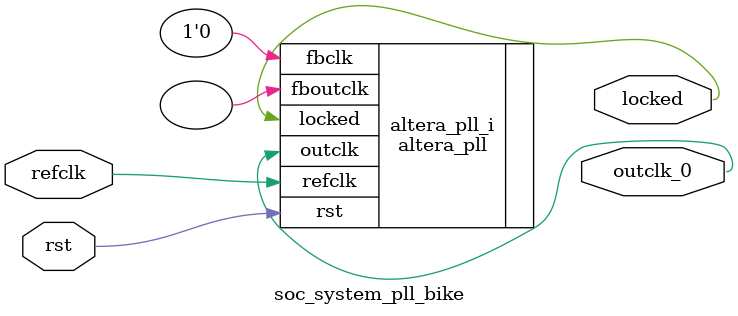
<source format=v>
`timescale 1ns/10ps
module  soc_system_pll_bike(

	// interface 'refclk'
	input wire refclk,

	// interface 'reset'
	input wire rst,

	// interface 'outclk0'
	output wire outclk_0,

	// interface 'locked'
	output wire locked
);

	altera_pll #(
		.fractional_vco_multiplier("false"),
		.reference_clock_frequency("50.0 MHz"),
		.operation_mode("normal"),
		.number_of_clocks(1),
		.output_clock_frequency0("5.000000 MHz"),
		.phase_shift0("0 ps"),
		.duty_cycle0(50),
		.output_clock_frequency1("0 MHz"),
		.phase_shift1("0 ps"),
		.duty_cycle1(50),
		.output_clock_frequency2("0 MHz"),
		.phase_shift2("0 ps"),
		.duty_cycle2(50),
		.output_clock_frequency3("0 MHz"),
		.phase_shift3("0 ps"),
		.duty_cycle3(50),
		.output_clock_frequency4("0 MHz"),
		.phase_shift4("0 ps"),
		.duty_cycle4(50),
		.output_clock_frequency5("0 MHz"),
		.phase_shift5("0 ps"),
		.duty_cycle5(50),
		.output_clock_frequency6("0 MHz"),
		.phase_shift6("0 ps"),
		.duty_cycle6(50),
		.output_clock_frequency7("0 MHz"),
		.phase_shift7("0 ps"),
		.duty_cycle7(50),
		.output_clock_frequency8("0 MHz"),
		.phase_shift8("0 ps"),
		.duty_cycle8(50),
		.output_clock_frequency9("0 MHz"),
		.phase_shift9("0 ps"),
		.duty_cycle9(50),
		.output_clock_frequency10("0 MHz"),
		.phase_shift10("0 ps"),
		.duty_cycle10(50),
		.output_clock_frequency11("0 MHz"),
		.phase_shift11("0 ps"),
		.duty_cycle11(50),
		.output_clock_frequency12("0 MHz"),
		.phase_shift12("0 ps"),
		.duty_cycle12(50),
		.output_clock_frequency13("0 MHz"),
		.phase_shift13("0 ps"),
		.duty_cycle13(50),
		.output_clock_frequency14("0 MHz"),
		.phase_shift14("0 ps"),
		.duty_cycle14(50),
		.output_clock_frequency15("0 MHz"),
		.phase_shift15("0 ps"),
		.duty_cycle15(50),
		.output_clock_frequency16("0 MHz"),
		.phase_shift16("0 ps"),
		.duty_cycle16(50),
		.output_clock_frequency17("0 MHz"),
		.phase_shift17("0 ps"),
		.duty_cycle17(50),
		.pll_type("General"),
		.pll_subtype("General")
	) altera_pll_i (
		.rst	(rst),
		.outclk	({outclk_0}),
		.locked	(locked),
		.fboutclk	( ),
		.fbclk	(1'b0),
		.refclk	(refclk)
	);
endmodule


</source>
